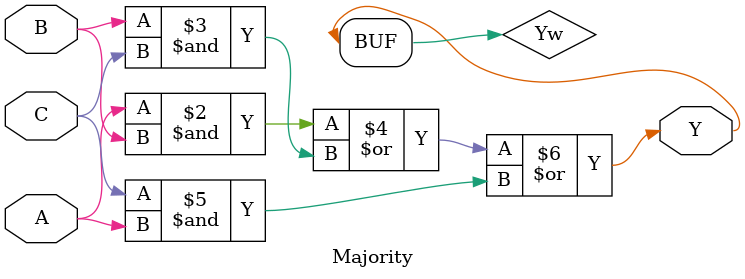
<source format=v>
  	                                            		
module Majority (A, B, C, Y);                 	
   input  A, B, C;			
   output Y; 
   reg Yw;           		
                   	          	
// student code here
   assign Y = Yw;

   always @(A or B or C)
   begin
      Yw <= (A & B) | (B & C) | (C & A);
   end

endmodule // Majority  




    
</source>
